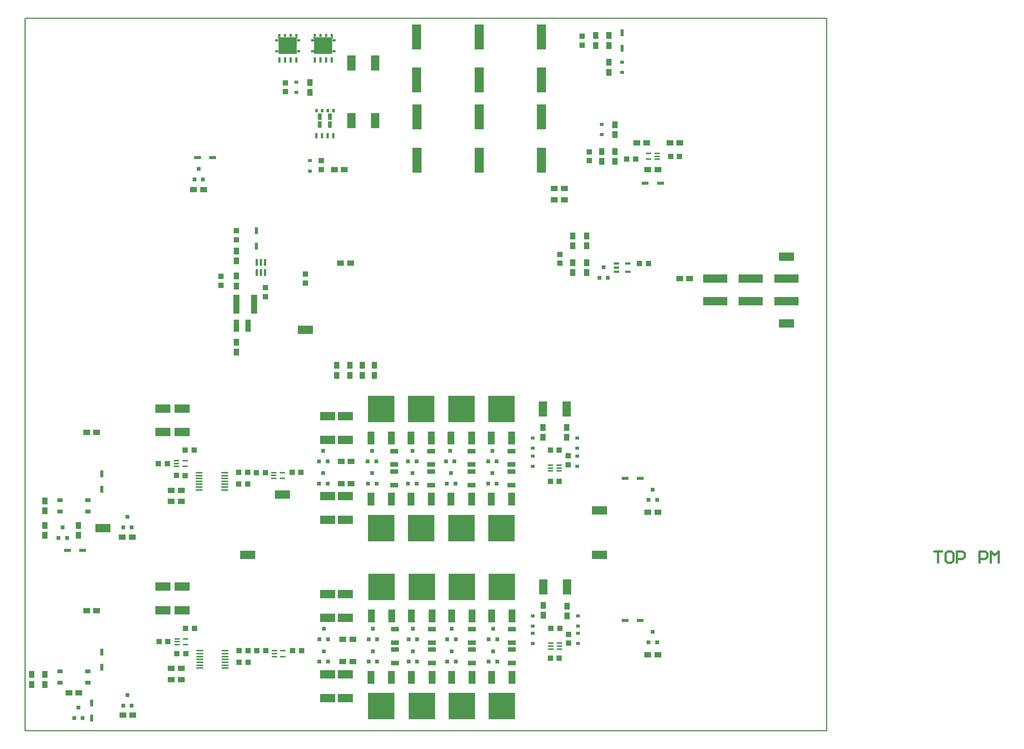
<source format=gtp>
G04*
G04 #@! TF.GenerationSoftware,Altium Limited,CircuitStudio,1.5.1 (13)*
G04*
G04 Layer_Color=7318015*
%FSLAX23Y23*%
%MOIN*%
G70*
G01*
G75*
%ADD10R,0.063X0.118*%
%ADD11R,0.236X0.236*%
%ADD12R,0.047X0.050*%
%ADD13R,0.035X0.037*%
%ADD14R,0.035X0.037*%
%ADD15R,0.060X0.050*%
G04:AMPARAMS|DCode=16|XSize=43mil|YSize=70mil|CornerRadius=3mil|HoleSize=0mil|Usage=FLASHONLY|Rotation=90.000|XOffset=0mil|YOffset=0mil|HoleType=Round|Shape=RoundedRectangle|*
%AMROUNDEDRECTD16*
21,1,0.043,0.064,0,0,90.0*
21,1,0.037,0.070,0,0,90.0*
1,1,0.006,0.032,0.018*
1,1,0.006,0.032,-0.018*
1,1,0.006,-0.032,-0.018*
1,1,0.006,-0.032,0.018*
%
%ADD16ROUNDEDRECTD16*%
G04:AMPARAMS|DCode=17|XSize=37mil|YSize=70mil|CornerRadius=3mil|HoleSize=0mil|Usage=FLASHONLY|Rotation=90.000|XOffset=0mil|YOffset=0mil|HoleType=Round|Shape=RoundedRectangle|*
%AMROUNDEDRECTD17*
21,1,0.037,0.065,0,0,90.0*
21,1,0.032,0.070,0,0,90.0*
1,1,0.005,0.032,0.016*
1,1,0.005,0.032,-0.016*
1,1,0.005,-0.032,-0.016*
1,1,0.005,-0.032,0.016*
%
%ADD17ROUNDEDRECTD17*%
G04:AMPARAMS|DCode=18|XSize=75mil|YSize=133mil|CornerRadius=3mil|HoleSize=0mil|Usage=FLASHONLY|Rotation=90.000|XOffset=0mil|YOffset=0mil|HoleType=Round|Shape=RoundedRectangle|*
%AMROUNDEDRECTD18*
21,1,0.075,0.127,0,0,90.0*
21,1,0.070,0.133,0,0,90.0*
1,1,0.005,0.064,0.035*
1,1,0.005,0.064,-0.035*
1,1,0.005,-0.064,-0.035*
1,1,0.005,-0.064,0.035*
%
%ADD18ROUNDEDRECTD18*%
G04:AMPARAMS|DCode=19|XSize=75mil|YSize=133mil|CornerRadius=3mil|HoleSize=0mil|Usage=FLASHONLY|Rotation=0.000|XOffset=0mil|YOffset=0mil|HoleType=Round|Shape=RoundedRectangle|*
%AMROUNDEDRECTD19*
21,1,0.075,0.127,0,0,0.0*
21,1,0.070,0.133,0,0,0.0*
1,1,0.005,0.035,-0.064*
1,1,0.005,-0.035,-0.064*
1,1,0.005,-0.035,0.064*
1,1,0.005,0.035,0.064*
%
%ADD19ROUNDEDRECTD19*%
%ADD20R,0.050X0.047*%
%ADD21R,0.035X0.031*%
G04:AMPARAMS|DCode=22|XSize=47mil|YSize=16mil|CornerRadius=2mil|HoleSize=0mil|Usage=FLASHONLY|Rotation=180.000|XOffset=0mil|YOffset=0mil|HoleType=Round|Shape=RoundedRectangle|*
%AMROUNDEDRECTD22*
21,1,0.047,0.012,0,0,180.0*
21,1,0.043,0.016,0,0,180.0*
1,1,0.004,-0.021,0.006*
1,1,0.004,0.021,0.006*
1,1,0.004,0.021,-0.006*
1,1,0.004,-0.021,-0.006*
%
%ADD22ROUNDEDRECTD22*%
%ADD23R,0.050X0.060*%
%ADD24R,0.063X0.031*%
%ADD25R,0.136X0.073*%
%ADD26R,0.217X0.077*%
%ADD27R,0.047X0.016*%
%ADD28R,0.031X0.063*%
%ADD30R,0.024X0.050*%
G04:AMPARAMS|DCode=31|XSize=57mil|YSize=23mil|CornerRadius=3mil|HoleSize=0mil|Usage=FLASHONLY|Rotation=270.000|XOffset=0mil|YOffset=0mil|HoleType=Round|Shape=RoundedRectangle|*
%AMROUNDEDRECTD31*
21,1,0.057,0.017,0,0,270.0*
21,1,0.051,0.023,0,0,270.0*
1,1,0.006,-0.009,-0.026*
1,1,0.006,-0.009,0.026*
1,1,0.006,0.009,0.026*
1,1,0.006,0.009,-0.026*
%
%ADD31ROUNDEDRECTD31*%
G04:AMPARAMS|DCode=32|XSize=58mil|YSize=16mil|CornerRadius=2mil|HoleSize=0mil|Usage=FLASHONLY|Rotation=0.000|XOffset=0mil|YOffset=0mil|HoleType=Round|Shape=RoundedRectangle|*
%AMROUNDEDRECTD32*
21,1,0.058,0.012,0,0,0.0*
21,1,0.054,0.016,0,0,0.0*
1,1,0.004,0.027,-0.006*
1,1,0.004,-0.027,-0.006*
1,1,0.004,-0.027,0.006*
1,1,0.004,0.027,0.006*
%
%ADD32ROUNDEDRECTD32*%
%ADD33R,0.079X0.224*%
%ADD34R,0.047X0.024*%
%ADD35R,0.024X0.050*%
%ADD36R,0.024X0.028*%
%ADD37R,0.161X0.150*%
%ADD38R,0.030X0.023*%
%ADD39R,0.006X0.012*%
%ADD40R,0.055X0.165*%
%ADD41R,0.050X0.107*%
%ADD42R,0.047X0.032*%
%ADD45C,0.010*%
%ADD46C,0.020*%
G36*
X4396Y7368D02*
X4363D01*
Y7427D01*
X4396D01*
Y7368D01*
D02*
G37*
G36*
X4485D02*
X4452D01*
Y7427D01*
X4485D01*
Y7368D01*
D02*
G37*
G36*
X4396Y7298D02*
X4363D01*
Y7357D01*
X4396D01*
Y7298D01*
D02*
G37*
G36*
X4485D02*
X4452D01*
Y7357D01*
X4485D01*
Y7298D01*
D02*
G37*
G36*
X4461Y7437D02*
X4437D01*
Y7465D01*
X4461D01*
Y7437D01*
D02*
G37*
G36*
X4511D02*
X4487D01*
Y7465D01*
X4511D01*
Y7437D01*
D02*
G37*
G36*
X4361D02*
X4337D01*
Y7465D01*
X4361D01*
Y7437D01*
D02*
G37*
G36*
X4412D02*
X4387D01*
Y7465D01*
X4412D01*
Y7437D01*
D02*
G37*
D10*
X6075Y4557D02*
D03*
X5894D02*
D03*
X5720D02*
D03*
X5539D02*
D03*
X5366D02*
D03*
X5185D02*
D03*
X5012D02*
D03*
X4831D02*
D03*
X5894Y4016D02*
D03*
X6075D02*
D03*
X5539D02*
D03*
X5720D02*
D03*
X5185D02*
D03*
X5366D02*
D03*
X5016Y2982D02*
D03*
X4835D02*
D03*
X5371D02*
D03*
X5189D02*
D03*
X5725D02*
D03*
X5544D02*
D03*
X6079D02*
D03*
X5898D02*
D03*
X4831Y4016D02*
D03*
X5012D02*
D03*
X5898Y2441D02*
D03*
X6079D02*
D03*
X5544D02*
D03*
X5725D02*
D03*
X5189D02*
D03*
X5371D02*
D03*
X4831D02*
D03*
X5012D02*
D03*
D11*
X5984Y4813D02*
D03*
X5630D02*
D03*
X5276D02*
D03*
X4921D02*
D03*
X5984Y3760D02*
D03*
X5630D02*
D03*
X5276D02*
D03*
X4926Y3238D02*
D03*
X5280D02*
D03*
X5634D02*
D03*
X5989D02*
D03*
X4921Y3760D02*
D03*
X5989Y2185D02*
D03*
X5634D02*
D03*
X5280D02*
D03*
X4921D02*
D03*
D12*
X4213Y4252D02*
D03*
X4134Y4252D02*
D03*
X6417Y4449D02*
D03*
X6496Y4449D02*
D03*
X6496Y4173D02*
D03*
X6417Y4173D02*
D03*
X6501Y2874D02*
D03*
X6421Y2874D02*
D03*
X6417Y2608D02*
D03*
X6496Y2608D02*
D03*
X7204Y6100D02*
D03*
X7284Y6100D02*
D03*
X7480Y7047D02*
D03*
X7559Y7047D02*
D03*
X7093Y7022D02*
D03*
X7172Y7022D02*
D03*
X4138Y2677D02*
D03*
X4217Y2677D02*
D03*
X3902Y2675D02*
D03*
X3823Y2675D02*
D03*
X3745Y2677D02*
D03*
X3666Y2677D02*
D03*
X3745Y2573D02*
D03*
X3666Y2573D02*
D03*
X3193Y2874D02*
D03*
X3272Y2874D02*
D03*
X3194Y2650D02*
D03*
X3114Y2650D02*
D03*
X3036Y2756D02*
D03*
X2957Y2756D02*
D03*
X3819Y4250D02*
D03*
X3898Y4250D02*
D03*
X3661Y4252D02*
D03*
X3740Y4252D02*
D03*
X3661Y4148D02*
D03*
X3740Y4148D02*
D03*
X3268Y4449D02*
D03*
X3189Y4449D02*
D03*
X2952Y4331D02*
D03*
X3032Y4331D02*
D03*
X3110Y4225D02*
D03*
X3189Y4224D02*
D03*
D13*
X4409Y4245D02*
D03*
X4372Y4153D02*
D03*
X4409Y4444D02*
D03*
X4372Y4351D02*
D03*
X4841Y4443D02*
D03*
X4803Y4350D02*
D03*
X4843Y4245D02*
D03*
X4805Y4153D02*
D03*
X5197Y4444D02*
D03*
X5159Y4351D02*
D03*
X5197Y4245D02*
D03*
X5159Y4153D02*
D03*
X5531Y4444D02*
D03*
X5494Y4351D02*
D03*
X5539Y4245D02*
D03*
X5502Y4153D02*
D03*
X5906Y4444D02*
D03*
X5868Y4351D02*
D03*
X5906Y4245D02*
D03*
X5868Y4153D02*
D03*
X4847Y2869D02*
D03*
X4810Y2777D02*
D03*
X4847Y2670D02*
D03*
X4810Y2578D02*
D03*
X4414Y2670D02*
D03*
X4376Y2578D02*
D03*
X4414Y2869D02*
D03*
X4376Y2777D02*
D03*
X5544Y2670D02*
D03*
X5506Y2578D02*
D03*
X5544Y2869D02*
D03*
X5506Y2777D02*
D03*
X5910Y2869D02*
D03*
X5873Y2777D02*
D03*
X5201Y2670D02*
D03*
X5164Y2578D02*
D03*
X5201Y2869D02*
D03*
X5164Y2777D02*
D03*
X5910Y2670D02*
D03*
X5873Y2578D02*
D03*
X7323Y2842D02*
D03*
X7285Y2749D02*
D03*
X7323Y4101D02*
D03*
X7285Y4009D02*
D03*
X6851Y5973D02*
D03*
X6888Y6065D02*
D03*
X3307Y6936D02*
D03*
X3270Y6844D02*
D03*
X2677Y3858D02*
D03*
X2640Y3766D02*
D03*
X2106Y3767D02*
D03*
X2069Y3674D02*
D03*
X2677Y2283D02*
D03*
X2640Y2191D02*
D03*
X2244Y2172D02*
D03*
X2207Y2080D02*
D03*
D14*
X4447Y4153D02*
D03*
X4447Y4351D02*
D03*
X4878Y4350D02*
D03*
X4880Y4153D02*
D03*
X5234Y4351D02*
D03*
Y4153D02*
D03*
X5569Y4351D02*
D03*
X5577Y4153D02*
D03*
X5943Y4351D02*
D03*
X5943Y4153D02*
D03*
X4884Y2777D02*
D03*
X4884Y2578D02*
D03*
X4451D02*
D03*
X4451Y2777D02*
D03*
X5581Y2578D02*
D03*
X5581Y2777D02*
D03*
X5947D02*
D03*
X5239Y2578D02*
D03*
Y2777D02*
D03*
X5947Y2578D02*
D03*
X7360Y2749D02*
D03*
Y4009D02*
D03*
X6926Y5973D02*
D03*
X3344Y6844D02*
D03*
X2715Y3766D02*
D03*
X2144Y3674D02*
D03*
X2715Y2191D02*
D03*
X2281Y2080D02*
D03*
D15*
X4654Y4154D02*
D03*
X4567D02*
D03*
X4654Y4350D02*
D03*
X4567D02*
D03*
X7367Y2638D02*
D03*
X7279D02*
D03*
Y3898D02*
D03*
X7367D02*
D03*
X7648Y5965D02*
D03*
X7560D02*
D03*
X7563Y7165D02*
D03*
X7476D02*
D03*
X7279Y6929D02*
D03*
X7367D02*
D03*
X7268Y7165D02*
D03*
X7181D02*
D03*
X4595Y6929D02*
D03*
X4508D02*
D03*
X4563Y6102D02*
D03*
X4650D02*
D03*
X4582Y2776D02*
D03*
X4670D02*
D03*
X4582Y2579D02*
D03*
X4670D02*
D03*
X3154Y2520D02*
D03*
X3066D02*
D03*
X3154Y2421D02*
D03*
X3066D02*
D03*
X2406Y3031D02*
D03*
X2318D02*
D03*
X3066Y4094D02*
D03*
X3154D02*
D03*
X3066Y3996D02*
D03*
X3154D02*
D03*
X2318Y4606D02*
D03*
X2406D02*
D03*
X6540Y6663D02*
D03*
X6452D02*
D03*
Y6762D02*
D03*
X6540D02*
D03*
X3351Y6752D02*
D03*
X3263D02*
D03*
X2721Y3681D02*
D03*
X2633D02*
D03*
X2638Y2106D02*
D03*
X2725D02*
D03*
X2161Y2303D02*
D03*
X2249D02*
D03*
D16*
X5039Y4322D02*
D03*
X5366Y4141D02*
D03*
Y4322D02*
D03*
X5720D02*
D03*
Y4141D02*
D03*
X6075D02*
D03*
Y4322D02*
D03*
X5725Y2566D02*
D03*
Y2747D02*
D03*
X5044D02*
D03*
Y2566D02*
D03*
X5371Y2747D02*
D03*
Y2566D02*
D03*
X6079Y2747D02*
D03*
Y2566D02*
D03*
X5039Y4141D02*
D03*
D17*
Y4441D02*
D03*
X5366Y4259D02*
D03*
Y4441D02*
D03*
X5720D02*
D03*
Y4259D02*
D03*
X6075D02*
D03*
Y4441D02*
D03*
X5725Y2685D02*
D03*
Y2866D02*
D03*
X5044D02*
D03*
Y2685D02*
D03*
X5371Y2866D02*
D03*
Y2685D02*
D03*
X6079Y2866D02*
D03*
Y2685D02*
D03*
X5039Y4259D02*
D03*
D18*
X4606Y3832D02*
D03*
Y4042D02*
D03*
Y4750D02*
D03*
Y4541D02*
D03*
X4449Y4042D02*
D03*
Y3832D02*
D03*
Y4541D02*
D03*
Y4750D02*
D03*
X4606Y2467D02*
D03*
Y2257D02*
D03*
X4449D02*
D03*
Y2467D02*
D03*
X4606Y2966D02*
D03*
Y3176D02*
D03*
X4449D02*
D03*
Y2966D02*
D03*
X3160Y3033D02*
D03*
Y3243D02*
D03*
X2992D02*
D03*
Y3033D02*
D03*
Y4608D02*
D03*
Y4817D02*
D03*
X3160D02*
D03*
Y4608D02*
D03*
D19*
X6561Y4813D02*
D03*
X6352D02*
D03*
X6356Y3238D02*
D03*
X6566D02*
D03*
X4659Y7362D02*
D03*
X4869D02*
D03*
Y7874D02*
D03*
X4659D02*
D03*
D20*
X6575Y4400D02*
D03*
X6575Y4320D02*
D03*
X6579Y2742D02*
D03*
X6579Y2821D02*
D03*
X6501Y6181D02*
D03*
X6501Y6102D02*
D03*
X6762Y7087D02*
D03*
X6762Y7008D02*
D03*
X6698Y8111D02*
D03*
X6697Y8031D02*
D03*
X4390Y7008D02*
D03*
X4390Y6929D02*
D03*
X4075Y7618D02*
D03*
X4075Y7697D02*
D03*
X4252Y5926D02*
D03*
X4252Y6006D02*
D03*
X3504Y5985D02*
D03*
X3504Y5905D02*
D03*
X3898Y5886D02*
D03*
X3898Y5807D02*
D03*
X3642Y6388D02*
D03*
X3642Y6308D02*
D03*
D21*
X6260Y4557D02*
D03*
Y4467D02*
D03*
X6260Y4306D02*
D03*
Y4397D02*
D03*
X6654Y4306D02*
D03*
Y4397D02*
D03*
X6654Y4557D02*
D03*
Y4467D02*
D03*
X6663Y2740D02*
D03*
Y2831D02*
D03*
Y2982D02*
D03*
Y2892D02*
D03*
X6260Y2982D02*
D03*
Y2892D02*
D03*
Y2740D02*
D03*
Y2831D02*
D03*
X6870Y7238D02*
D03*
Y7329D02*
D03*
X7053Y7789D02*
D03*
Y7880D02*
D03*
X4291Y6917D02*
D03*
Y7008D02*
D03*
X4173Y7703D02*
D03*
Y7612D02*
D03*
D22*
X6494Y4266D02*
D03*
Y4291D02*
D03*
Y4317D02*
D03*
X6419D02*
D03*
Y4291D02*
D03*
Y4266D02*
D03*
X6499Y2691D02*
D03*
Y2717D02*
D03*
Y2742D02*
D03*
X6423D02*
D03*
Y2717D02*
D03*
Y2691D02*
D03*
D23*
X6561Y4563D02*
D03*
Y4650D02*
D03*
X6352Y4650D02*
D03*
Y4563D02*
D03*
X6566Y3070D02*
D03*
Y2982D02*
D03*
X6356Y2988D02*
D03*
Y3075D02*
D03*
X6737Y6019D02*
D03*
Y6107D02*
D03*
X6614Y6019D02*
D03*
Y6107D02*
D03*
X6737Y6255D02*
D03*
Y6343D02*
D03*
X6614D02*
D03*
Y6255D02*
D03*
X6988Y7240D02*
D03*
Y7327D02*
D03*
Y7091D02*
D03*
Y7003D02*
D03*
X6870D02*
D03*
Y7091D02*
D03*
X6935Y7791D02*
D03*
Y7878D02*
D03*
Y8115D02*
D03*
Y8027D02*
D03*
X6817D02*
D03*
Y8115D02*
D03*
X4862Y5111D02*
D03*
Y5198D02*
D03*
X4754D02*
D03*
Y5111D02*
D03*
X4646Y5111D02*
D03*
Y5198D02*
D03*
X4528D02*
D03*
Y5111D02*
D03*
X3640Y6122D02*
D03*
Y6210D02*
D03*
Y5989D02*
D03*
Y5901D02*
D03*
X3642Y5316D02*
D03*
Y5404D02*
D03*
X4291Y7614D02*
D03*
Y7701D02*
D03*
X1949Y4000D02*
D03*
Y3913D02*
D03*
Y3784D02*
D03*
Y3696D02*
D03*
X2244Y3784D02*
D03*
Y3696D02*
D03*
X1831Y2377D02*
D03*
Y2465D02*
D03*
X1949D02*
D03*
Y2377D02*
D03*
D24*
X7079Y2943D02*
D03*
X7213D02*
D03*
X7079Y4199D02*
D03*
X7213D02*
D03*
X7256Y6811D02*
D03*
X7390D02*
D03*
X3433Y7037D02*
D03*
X3299D02*
D03*
X2148Y3563D02*
D03*
X2281D02*
D03*
D25*
X8504Y5571D02*
D03*
X4252Y5512D02*
D03*
X6850Y3524D02*
D03*
Y3917D02*
D03*
X3740Y3524D02*
D03*
X4048Y4055D02*
D03*
X8504Y6161D02*
D03*
X2461Y3760D02*
D03*
D26*
X8504Y5767D02*
D03*
Y5966D02*
D03*
X8189Y5767D02*
D03*
Y5966D02*
D03*
X7874Y5767D02*
D03*
Y5966D02*
D03*
D27*
X7360Y7022D02*
D03*
Y7047D02*
D03*
Y7073D02*
D03*
X7285D02*
D03*
Y7022D02*
D03*
X4052Y2675D02*
D03*
Y2624D02*
D03*
X3978D02*
D03*
Y2650D02*
D03*
Y2675D02*
D03*
X3117Y2781D02*
D03*
Y2756D02*
D03*
Y2730D02*
D03*
X3191D02*
D03*
Y2781D02*
D03*
X3973Y4250D02*
D03*
Y4225D02*
D03*
Y4199D02*
D03*
X4048D02*
D03*
Y4250D02*
D03*
X3187Y4356D02*
D03*
Y4305D02*
D03*
X3112D02*
D03*
Y4331D02*
D03*
Y4356D02*
D03*
D28*
X7053Y8004D02*
D03*
Y8138D02*
D03*
X3819Y6388D02*
D03*
Y6254D02*
D03*
X2451Y4238D02*
D03*
Y4104D02*
D03*
Y2663D02*
D03*
Y2530D02*
D03*
X2362Y2079D02*
D03*
Y2213D02*
D03*
D30*
X4499Y7230D02*
D03*
X4449D02*
D03*
X4399D02*
D03*
X4349D02*
D03*
D31*
X3896Y6018D02*
D03*
X3858D02*
D03*
X3821D02*
D03*
Y6108D02*
D03*
X3858D02*
D03*
X3896D02*
D03*
D32*
X3543Y2675D02*
D03*
Y2650D02*
D03*
Y2624D02*
D03*
Y2598D02*
D03*
Y2573D02*
D03*
Y2547D02*
D03*
Y2522D02*
D03*
X3317D02*
D03*
Y2547D02*
D03*
Y2573D02*
D03*
Y2598D02*
D03*
Y2624D02*
D03*
Y2650D02*
D03*
Y2675D02*
D03*
X3538Y4250D02*
D03*
Y4224D02*
D03*
Y4199D02*
D03*
Y4173D02*
D03*
Y4148D02*
D03*
Y4122D02*
D03*
Y4096D02*
D03*
X3312D02*
D03*
Y4122D02*
D03*
Y4148D02*
D03*
Y4173D02*
D03*
Y4199D02*
D03*
Y4224D02*
D03*
Y4250D02*
D03*
D33*
X6339Y7396D02*
D03*
Y7014D02*
D03*
X5787Y7014D02*
D03*
Y7396D02*
D03*
X5239D02*
D03*
Y7014D02*
D03*
X6339Y7722D02*
D03*
Y8104D02*
D03*
X5787Y8104D02*
D03*
Y7722D02*
D03*
X5236D02*
D03*
Y8104D02*
D03*
D34*
X7101Y6100D02*
D03*
Y6026D02*
D03*
X7002D02*
D03*
Y6063D02*
D03*
Y6100D02*
D03*
D35*
X4020Y7900D02*
D03*
X4070D02*
D03*
X4120D02*
D03*
X4170D02*
D03*
X4484D02*
D03*
X4434D02*
D03*
X4384D02*
D03*
X4334D02*
D03*
D36*
X4170Y8116D02*
D03*
X4120D02*
D03*
X4070D02*
D03*
X4020D02*
D03*
X4334D02*
D03*
X4384D02*
D03*
X4434D02*
D03*
X4484D02*
D03*
D37*
X4095Y8027D02*
D03*
X4409D02*
D03*
D38*
X4190Y8072D02*
D03*
X3999D02*
D03*
X3999Y7977D02*
D03*
X4190Y7977D02*
D03*
X4505D02*
D03*
X4314Y7977D02*
D03*
X4314Y8072D02*
D03*
X4505D02*
D03*
D39*
X4011Y8096D02*
D03*
X4178D02*
D03*
X4493D02*
D03*
X4326D02*
D03*
D40*
X3799Y5738D02*
D03*
X3642D02*
D03*
D41*
X3746Y5551D02*
D03*
X3642D02*
D03*
D42*
X2329Y4007D02*
D03*
Y3907D02*
D03*
X2081D02*
D03*
Y4007D02*
D03*
X2329Y2492D02*
D03*
Y2392D02*
D03*
X2081D02*
D03*
Y2492D02*
D03*
D45*
X1772Y1969D02*
X8858D01*
X1772D02*
Y8268D01*
X8858Y1969D02*
Y8268D01*
X1772D02*
X8858D01*
D46*
X9813Y3552D02*
X9880D01*
X9846D01*
Y3452D01*
X9963Y3552D02*
X9930D01*
X9913Y3535D01*
Y3469D01*
X9930Y3452D01*
X9963D01*
X9980Y3469D01*
Y3535D01*
X9963Y3552D01*
X10013Y3452D02*
Y3552D01*
X10063D01*
X10080Y3535D01*
Y3502D01*
X10063Y3485D01*
X10013D01*
X10213Y3452D02*
Y3552D01*
X10263D01*
X10280Y3535D01*
Y3502D01*
X10263Y3485D01*
X10213D01*
X10313Y3452D02*
Y3552D01*
X10346Y3519D01*
X10380Y3552D01*
Y3452D01*
M02*

</source>
